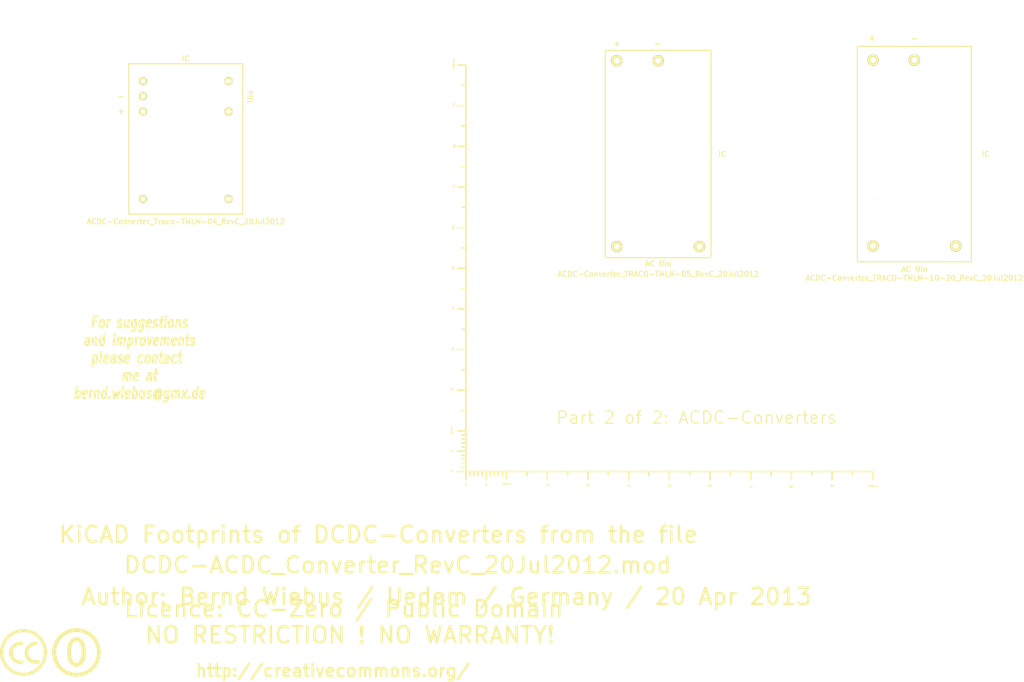
<source format=kicad_pcb>
(kicad_pcb (version 3) (host pcbnew "(2013-03-30 BZR 4007)-stable")

  (general
    (links 0)
    (no_connects 0)
    (area 0.09304 29.37002 289.826135 198.6694)
    (thickness 1.6002)
    (drawings 14)
    (tracks 0)
    (zones 0)
    (modules 6)
    (nets 1)
  )

  (page A4)
  (layers
    (15 Vorderseite signal)
    (0 Rückseite signal)
    (16 B.Adhes user)
    (17 F.Adhes user)
    (18 B.Paste user)
    (19 F.Paste user)
    (20 B.SilkS user)
    (21 F.SilkS user)
    (22 B.Mask user)
    (23 F.Mask user)
    (24 Dwgs.User user)
    (25 Cmts.User user)
    (26 Eco1.User user)
    (27 Eco2.User user)
    (28 Edge.Cuts user)
  )

  (setup
    (last_trace_width 0.2032)
    (trace_clearance 0.254)
    (zone_clearance 0.508)
    (zone_45_only no)
    (trace_min 0.2032)
    (segment_width 0.381)
    (edge_width 0.381)
    (via_size 0.889)
    (via_drill 0.635)
    (via_min_size 0.889)
    (via_min_drill 0.508)
    (uvia_size 0.508)
    (uvia_drill 0.127)
    (uvias_allowed no)
    (uvia_min_size 0.508)
    (uvia_min_drill 0.127)
    (pcb_text_width 0.3048)
    (pcb_text_size 1.524 2.032)
    (mod_edge_width 0.381)
    (mod_text_size 1.524 1.524)
    (mod_text_width 0.3048)
    (pad_size 1.524 1.524)
    (pad_drill 0.8128)
    (pad_to_mask_clearance 0.254)
    (aux_axis_origin 0 0)
    (visible_elements 7FFFFFFF)
    (pcbplotparams
      (layerselection 3178497)
      (usegerberextensions true)
      (excludeedgelayer true)
      (linewidth 60)
      (plotframeref false)
      (viasonmask false)
      (mode 1)
      (useauxorigin false)
      (hpglpennumber 1)
      (hpglpenspeed 20)
      (hpglpendiameter 15)
      (hpglpenoverlay 0)
      (psnegative false)
      (psa4output false)
      (plotreference true)
      (plotvalue true)
      (plotothertext true)
      (plotinvisibletext false)
      (padsonsilk false)
      (subtractmaskfromsilk false)
      (outputformat 1)
      (mirror false)
      (drillshape 1)
      (scaleselection 1)
      (outputdirectory ""))
  )

  (net 0 "")

  (net_class Default "Dies ist die voreingestellte Netzklasse."
    (clearance 0.254)
    (trace_width 0.2032)
    (via_dia 0.889)
    (via_drill 0.635)
    (uvia_dia 0.508)
    (uvia_drill 0.127)
    (add_net "")
  )

  (module Gauge_100mm_Type2_SilkScreenTop_RevA_Date22Jun2010 (layer Vorderseite) (tedit 4C20E30C) (tstamp 4D88F07A)
    (at 146.75104 145.00098)
    (descr "Gauge, Massstab, 100mm, SilkScreenTop, Type 2,")
    (tags "Gauge, Massstab, 100mm, SilkScreenTop, Type 2,")
    (path Gauge_100mm_Type2_SilkScreenTop_RevA_Date22Jun2010)
    (fp_text reference MSC (at 4.0005 8.99922) (layer F.SilkS) hide
      (effects (font (size 1.524 1.524) (thickness 0.3048)))
    )
    (fp_text value Gauge_100mm_Type2_SilkScreenTop_RevA_Date22Jun2010 (at 45.9994 8.99922) (layer F.SilkS) hide
      (effects (font (size 1.524 1.524) (thickness 0.3048)))
    )
    (fp_text user 10mm (at 10.00506 3.0988) (layer F.SilkS)
      (effects (font (size 0.50038 0.50038) (thickness 0.09906)))
    )
    (fp_text user 0 (at 0.00508 3.19786) (layer F.SilkS)
      (effects (font (size 0.50038 0.50038) (thickness 0.09906)))
    )
    (fp_text user 5 (at 5.0038 3.29946) (layer F.SilkS)
      (effects (font (size 0.50038 0.50038) (thickness 0.09906)))
    )
    (fp_text user 20 (at 20.1041 3.29946) (layer F.SilkS)
      (effects (font (size 0.50038 0.50038) (thickness 0.09906)))
    )
    (fp_text user 30 (at 30.00502 3.39852) (layer F.SilkS)
      (effects (font (size 0.50038 0.50038) (thickness 0.09906)))
    )
    (fp_text user 40 (at 40.005 3.50012) (layer F.SilkS)
      (effects (font (size 0.50038 0.50038) (thickness 0.09906)))
    )
    (fp_text user 50 (at 50.00498 3.50012) (layer F.SilkS)
      (effects (font (size 0.50038 0.50038) (thickness 0.09906)))
    )
    (fp_text user 60 (at 60.00496 3.50012) (layer F.SilkS)
      (effects (font (size 0.50038 0.50038) (thickness 0.09906)))
    )
    (fp_text user 70 (at 70.00494 3.70078) (layer F.SilkS)
      (effects (font (size 0.50038 0.50038) (thickness 0.09906)))
    )
    (fp_text user 80 (at 80.00492 3.79984) (layer F.SilkS)
      (effects (font (size 0.50038 0.50038) (thickness 0.09906)))
    )
    (fp_text user 90 (at 90.1065 3.60172) (layer F.SilkS)
      (effects (font (size 0.50038 0.50038) (thickness 0.09906)))
    )
    (fp_text user 100mm (at 100.10648 3.60172) (layer F.SilkS)
      (effects (font (size 0.50038 0.50038) (thickness 0.09906)))
    )
    (fp_line (start 0 -8.99922) (end -1.00076 -8.99922) (layer F.SilkS) (width 0.381))
    (fp_line (start 0 -8.001) (end -1.00076 -8.001) (layer F.SilkS) (width 0.381))
    (fp_line (start 0 -7.00024) (end -1.00076 -7.00024) (layer F.SilkS) (width 0.381))
    (fp_line (start 0 -5.99948) (end -1.00076 -5.99948) (layer F.SilkS) (width 0.381))
    (fp_line (start 0 -4.0005) (end -1.00076 -4.0005) (layer F.SilkS) (width 0.381))
    (fp_line (start 0 -2.99974) (end -1.00076 -2.99974) (layer F.SilkS) (width 0.381))
    (fp_line (start 0 -1.99898) (end -1.00076 -1.99898) (layer F.SilkS) (width 0.381))
    (fp_line (start 0 -1.00076) (end -1.00076 -1.00076) (layer F.SilkS) (width 0.381))
    (fp_line (start 0 0) (end -1.99898 0) (layer F.SilkS) (width 0.381))
    (fp_line (start 0 -5.00126) (end -1.99898 -5.00126) (layer F.SilkS) (width 0.381))
    (fp_line (start 0 -9.99998) (end -1.99898 -9.99998) (layer F.SilkS) (width 0.381))
    (fp_line (start 0 -15.00124) (end -1.00076 -15.00124) (layer F.SilkS) (width 0.381))
    (fp_line (start 0 -19.99996) (end -1.99898 -19.99996) (layer F.SilkS) (width 0.381))
    (fp_line (start 0 -25.00122) (end -1.00076 -25.00122) (layer F.SilkS) (width 0.381))
    (fp_line (start 0 -29.99994) (end -1.99898 -29.99994) (layer F.SilkS) (width 0.381))
    (fp_line (start 0 -35.0012) (end -1.00076 -35.0012) (layer F.SilkS) (width 0.381))
    (fp_line (start 0 -39.99992) (end -1.99898 -39.99992) (layer F.SilkS) (width 0.381))
    (fp_line (start 0 -45.00118) (end -1.00076 -45.00118) (layer F.SilkS) (width 0.381))
    (fp_line (start 0 -49.9999) (end -1.99898 -49.9999) (layer F.SilkS) (width 0.381))
    (fp_line (start 0 -55.00116) (end -1.00076 -55.00116) (layer F.SilkS) (width 0.381))
    (fp_line (start 0 -59.99988) (end -1.99898 -59.99988) (layer F.SilkS) (width 0.381))
    (fp_line (start 0 -65.00114) (end -1.00076 -65.00114) (layer F.SilkS) (width 0.381))
    (fp_line (start 0 -69.99986) (end -1.99898 -69.99986) (layer F.SilkS) (width 0.381))
    (fp_line (start 0 -75.00112) (end -1.00076 -75.00112) (layer F.SilkS) (width 0.381))
    (fp_line (start 0 -79.99984) (end -1.99898 -79.99984) (layer F.SilkS) (width 0.381))
    (fp_line (start 0 -85.0011) (end -1.00076 -85.0011) (layer F.SilkS) (width 0.381))
    (fp_line (start 0 -89.99982) (end -1.99898 -89.99982) (layer F.SilkS) (width 0.381))
    (fp_line (start 0 -95.00108) (end -1.00076 -95.00108) (layer F.SilkS) (width 0.381))
    (fp_line (start 0 0) (end 0 -99.9998) (layer F.SilkS) (width 0.381))
    (fp_line (start 0 -99.9998) (end -1.99898 -99.9998) (layer F.SilkS) (width 0.381))
    (fp_text user 100mm (at -2.99974 -100.20554 90) (layer F.SilkS)
      (effects (font (size 0.50038 0.50038) (thickness 0.09906)))
    )
    (fp_text user 90 (at -2.99974 -90.20556 90) (layer F.SilkS)
      (effects (font (size 0.50038 0.50038) (thickness 0.09906)))
    )
    (fp_text user 80 (at -2.80162 -80.10398 90) (layer F.SilkS)
      (effects (font (size 0.50038 0.50038) (thickness 0.09906)))
    )
    (fp_text user 70 (at -2.90068 -70.104 90) (layer F.SilkS)
      (effects (font (size 0.50038 0.50038) (thickness 0.09906)))
    )
    (fp_text user 60 (at -3.10134 -60.10402 90) (layer F.SilkS)
      (effects (font (size 0.50038 0.50038) (thickness 0.09906)))
    )
    (fp_text user 50 (at -3.10134 -50.10404 90) (layer F.SilkS)
      (effects (font (size 0.50038 0.50038) (thickness 0.09906)))
    )
    (fp_text user 40 (at -3.10134 -40.10406 90) (layer F.SilkS)
      (effects (font (size 0.50038 0.50038) (thickness 0.09906)))
    )
    (fp_text user 30 (at -3.20294 -30.10408 90) (layer F.SilkS)
      (effects (font (size 0.50038 0.50038) (thickness 0.09906)))
    )
    (fp_text user 20 (at -3.302 -20.20316 90) (layer F.SilkS)
      (effects (font (size 0.50038 0.50038) (thickness 0.09906)))
    )
    (fp_line (start 95.00108 0) (end 95.00108 1.00076) (layer F.SilkS) (width 0.381))
    (fp_line (start 89.99982 0) (end 89.99982 1.99898) (layer F.SilkS) (width 0.381))
    (fp_line (start 85.0011 0) (end 85.0011 1.00076) (layer F.SilkS) (width 0.381))
    (fp_line (start 79.99984 0) (end 79.99984 1.99898) (layer F.SilkS) (width 0.381))
    (fp_line (start 75.00112 0) (end 75.00112 1.00076) (layer F.SilkS) (width 0.381))
    (fp_line (start 69.99986 0) (end 69.99986 1.99898) (layer F.SilkS) (width 0.381))
    (fp_line (start 65.00114 0) (end 65.00114 1.00076) (layer F.SilkS) (width 0.381))
    (fp_line (start 59.99988 0) (end 59.99988 1.99898) (layer F.SilkS) (width 0.381))
    (fp_line (start 55.00116 0) (end 55.00116 1.00076) (layer F.SilkS) (width 0.381))
    (fp_line (start 49.9999 0) (end 49.9999 1.99898) (layer F.SilkS) (width 0.381))
    (fp_line (start 45.00118 0) (end 45.00118 1.00076) (layer F.SilkS) (width 0.381))
    (fp_line (start 39.99992 0) (end 39.99992 1.99898) (layer F.SilkS) (width 0.381))
    (fp_line (start 35.0012 0) (end 35.0012 1.00076) (layer F.SilkS) (width 0.381))
    (fp_line (start 29.99994 0) (end 29.99994 1.99898) (layer F.SilkS) (width 0.381))
    (fp_line (start 25.00122 0) (end 25.00122 1.00076) (layer F.SilkS) (width 0.381))
    (fp_line (start 19.99996 0) (end 19.99996 1.99898) (layer F.SilkS) (width 0.381))
    (fp_line (start 15.00124 0) (end 15.00124 1.00076) (layer F.SilkS) (width 0.381))
    (fp_line (start 9.99998 0) (end 99.9998 0) (layer F.SilkS) (width 0.381))
    (fp_line (start 99.9998 0) (end 99.9998 1.99898) (layer F.SilkS) (width 0.381))
    (fp_text user 5 (at -3.302 -5.10286 90) (layer F.SilkS)
      (effects (font (size 0.50038 0.50038) (thickness 0.09906)))
    )
    (fp_text user 0 (at -3.4036 -0.10414 90) (layer F.SilkS)
      (effects (font (size 0.50038 0.50038) (thickness 0.09906)))
    )
    (fp_text user 10mm (at -3.50266 -10.10412 90) (layer F.SilkS)
      (effects (font (size 0.50038 0.50038) (thickness 0.09906)))
    )
    (fp_line (start 8.99922 0) (end 8.99922 1.00076) (layer F.SilkS) (width 0.381))
    (fp_line (start 8.001 0) (end 8.001 1.00076) (layer F.SilkS) (width 0.381))
    (fp_line (start 7.00024 0) (end 7.00024 1.00076) (layer F.SilkS) (width 0.381))
    (fp_line (start 5.99948 0) (end 5.99948 1.00076) (layer F.SilkS) (width 0.381))
    (fp_line (start 4.0005 0) (end 4.0005 1.00076) (layer F.SilkS) (width 0.381))
    (fp_line (start 2.99974 0) (end 2.99974 1.00076) (layer F.SilkS) (width 0.381))
    (fp_line (start 1.99898 0) (end 1.99898 1.00076) (layer F.SilkS) (width 0.381))
    (fp_line (start 1.00076 0) (end 1.00076 1.00076) (layer F.SilkS) (width 0.381))
    (fp_line (start 5.00126 0) (end 5.00126 1.99898) (layer F.SilkS) (width 0.381))
    (fp_line (start 0 0) (end 0 1.99898) (layer F.SilkS) (width 0.381))
    (fp_line (start 0 0) (end 9.99998 0) (layer F.SilkS) (width 0.381))
    (fp_line (start 9.99998 0) (end 9.99998 1.99898) (layer F.SilkS) (width 0.381))
  )

  (module ACDC-Converter_Traco-TMLM-04_RevC_20Jul2012 (layer Vorderseite) (tedit 50096D9D) (tstamp 50096D59)
    (at 77.8891 63.20028)
    (descr "ACDC-Converter, TRACO, TMLM Series 04,")
    (tags "ACDC-Converter, TRACO, TMLM Series 04,")
    (path ACDC-Converter_Traco-TMLM-04_RevC_20Jul2012)
    (fp_text reference IC (at -0.0508 -19.7739) (layer F.SilkS)
      (effects (font (size 1.27 1.27) (thickness 0.254)))
    )
    (fp_text value ACDC-Converter_Traco-TMLM-04_RevC_20Jul2012 (at 0 20.32) (layer F.SilkS)
      (effects (font (size 1.27 1.27) (thickness 0.254)))
    )
    (fp_line (start 16.47444 -11.69924) (end 15.8242 -11.69924) (layer F.SilkS) (width 0.3048))
    (fp_line (start 15.8242 -11.69924) (end 15.69974 -11.67384) (layer F.SilkS) (width 0.3048))
    (fp_line (start 15.69974 -11.67384) (end 15.62608 -11.54938) (layer F.SilkS) (width 0.3048))
    (fp_line (start 15.62608 -11.54938) (end 15.62608 -11.45032) (layer F.SilkS) (width 0.3048))
    (fp_line (start 15.62608 -11.45032) (end 15.69974 -11.27506) (layer F.SilkS) (width 0.3048))
    (fp_line (start 15.69974 -11.27506) (end 15.75054 -11.19886) (layer F.SilkS) (width 0.3048))
    (fp_line (start 16.47444 -11.1506) (end 15.57528 -11.1506) (layer F.SilkS) (width 0.3048))
    (fp_line (start 15.25016 -10.55116) (end 15.17396 -10.55116) (layer F.SilkS) (width 0.3048))
    (fp_line (start 16.49984 -10.55116) (end 15.69974 -10.55116) (layer F.SilkS) (width 0.3048))
    (fp_line (start 15.1257 -9.19988) (end 16.20012 -9.19988) (layer F.SilkS) (width 0.3048))
    (fp_line (start 16.20012 -9.19988) (end 16.34998 -9.32434) (layer F.SilkS) (width 0.3048))
    (fp_line (start 16.34998 -9.32434) (end 16.42618 -9.4742) (layer F.SilkS) (width 0.3048))
    (fp_line (start 16.42618 -9.4742) (end 16.42618 -9.64946) (layer F.SilkS) (width 0.3048))
    (fp_line (start 16.42618 -9.64946) (end 16.34998 -9.85012) (layer F.SilkS) (width 0.3048))
    (fp_line (start 16.34998 -9.85012) (end 16.20012 -9.94918) (layer F.SilkS) (width 0.3048))
    (fp_line (start 16.20012 -9.94918) (end 15.97406 -9.94918) (layer F.SilkS) (width 0.3048))
    (fp_line (start 15.97406 -9.94918) (end 15.67434 -9.94918) (layer F.SilkS) (width 0.3048))
    (fp_line (start 15.67434 -9.94918) (end 15.17396 -9.94918) (layer F.SilkS) (width 0.3048))
    (fp_line (start -15.875 -6.22554) (end -15.875 -7.2009) (layer F.SilkS) (width 0.3048))
    (fp_line (start -16.37538 -6.72592) (end -15.40002 -6.72592) (layer F.SilkS) (width 0.3048))
    (fp_line (start -16.42618 -10.42416) (end -15.42542 -10.42416) (layer F.SilkS) (width 0.3048))
    (fp_line (start 14.00048 -18.00098) (end 14.00048 -18.49882) (layer F.SilkS) (width 0.3048))
    (fp_line (start 14.00048 -18.49882) (end -14.00048 -18.49882) (layer F.SilkS) (width 0.3048))
    (fp_line (start -14.00048 -18.49882) (end -14.00048 18.49882) (layer F.SilkS) (width 0.3048))
    (fp_line (start -14.00048 18.49882) (end 14.00048 18.49882) (layer F.SilkS) (width 0.3048))
    (fp_line (start 14.00048 18.49882) (end 14.00048 -18.00098) (layer F.SilkS) (width 0.3048))
    (pad 1 thru_hole circle (at -10.50036 14.74978) (size 1.99898 1.99898) (drill 1.00076)
      (layers *.Cu *.Mask F.SilkS)
    )
    (pad 7 thru_hole circle (at 10.50036 14.74978) (size 1.99898 1.99898) (drill 1.00076)
      (layers *.Cu *.Mask F.SilkS)
    )
    (pad 2 thru_hole circle (at -10.50036 -6.74878) (size 1.99898 1.99898) (drill 1.00076)
      (layers *.Cu *.Mask F.SilkS)
    )
    (pad 6 thru_hole circle (at 10.50036 -6.74878) (size 1.99898 1.99898) (drill 1.00076)
      (layers *.Cu *.Mask F.SilkS)
    )
    (pad 3 thru_hole circle (at -10.50036 -10.50036) (size 1.99898 1.99898) (drill 1.00076)
      (layers *.Cu *.Mask F.SilkS)
    )
    (pad 4 thru_hole circle (at -10.50036 -14.2494) (size 1.99898 1.99898) (drill 1.00076)
      (layers *.Cu *.Mask F.SilkS)
    )
    (pad 5 thru_hole circle (at 10.50036 -14.2494) (size 1.99898 1.99898) (drill 1.00076)
      (layers *.Cu *.Mask F.SilkS)
    )
  )

  (module ACDC-Converter_TRACO-TMLM-05_RevC_20Jul2012 (layer Vorderseite) (tedit 50096635) (tstamp 50096D65)
    (at 194.00012 66.90106)
    (descr "ACDC-Converter, TRACO TMLM 05,")
    (tags "ACDC-Converter, TRACO TMLM 05,")
    (path ACDC-Converter_TRACO-TMLM-05_RevC_20Jul2012)
    (fp_text reference IC (at 15.75054 0.02032) (layer F.SilkS)
      (effects (font (size 1.27 1.27) (thickness 0.254)))
    )
    (fp_text value ACDC-Converter_TRACO-TMLM-05_RevC_20Jul2012 (at 0 29.49956) (layer F.SilkS)
      (effects (font (size 1.27 1.27) (thickness 0.254)))
    )
    (fp_line (start 2.93878 27.59964) (end 2.93116 26.97988) (layer F.SilkS) (width 0.3048))
    (fp_line (start 2.93116 26.97988) (end 2.91084 26.8605) (layer F.SilkS) (width 0.3048))
    (fp_line (start 2.91084 26.8605) (end 2.83972 26.7589) (layer F.SilkS) (width 0.3048))
    (fp_line (start 2.83972 26.7589) (end 2.72034 26.7208) (layer F.SilkS) (width 0.3048))
    (fp_line (start 2.72034 26.7208) (end 2.63906 26.71064) (layer F.SilkS) (width 0.3048))
    (fp_line (start 2.63906 26.71064) (end 2.43078 26.78938) (layer F.SilkS) (width 0.3048))
    (fp_line (start 2.39014 27.56916) (end 2.37998 26.7208) (layer F.SilkS) (width 0.3048))
    (fp_line (start 2.37998 26.7208) (end 2.37998 26.69032) (layer F.SilkS) (width 0.3048))
    (fp_line (start 1.75006 26.22042) (end 1.75006 26.30932) (layer F.SilkS) (width 0.3048))
    (fp_line (start 1.77038 26.7208) (end 1.76022 27.54122) (layer F.SilkS) (width 0.3048))
    (fp_line (start 0.42926 26.23058) (end 0.43942 27.2796) (layer F.SilkS) (width 0.3048))
    (fp_line (start 0.43942 27.2796) (end 0.4699 27.39898) (layer F.SilkS) (width 0.3048))
    (fp_line (start 0.4699 27.39898) (end 0.57912 27.48026) (layer F.SilkS) (width 0.3048))
    (fp_line (start 0.57912 27.48026) (end 0.7493 27.5209) (layer F.SilkS) (width 0.3048))
    (fp_line (start 0.7493 27.5209) (end 0.90932 27.51074) (layer F.SilkS) (width 0.3048))
    (fp_line (start 0.90932 27.51074) (end 1.10998 27.43962) (layer F.SilkS) (width 0.3048))
    (fp_line (start 1.10998 27.43962) (end 1.16078 27.31008) (layer F.SilkS) (width 0.3048))
    (fp_line (start 1.16078 27.31008) (end 1.16078 27.06116) (layer F.SilkS) (width 0.3048))
    (fp_line (start 1.16078 27.06116) (end 1.17094 26.79954) (layer F.SilkS) (width 0.3048))
    (fp_line (start 1.17094 26.79954) (end 1.17094 26.60904) (layer F.SilkS) (width 0.3048))
    (fp_line (start 1.17094 26.60904) (end 1.1811 26.36012) (layer F.SilkS) (width 0.3048))
    (fp_line (start 1.1811 26.36012) (end 1.17094 26.23058) (layer F.SilkS) (width 0.3048))
    (fp_line (start -1.03886 26.42108) (end -1.14046 26.32964) (layer F.SilkS) (width 0.3048))
    (fp_line (start -1.14046 26.32964) (end -1.3208 26.289) (layer F.SilkS) (width 0.3048))
    (fp_line (start -1.3208 26.289) (end -1.50114 26.289) (layer F.SilkS) (width 0.3048))
    (fp_line (start -1.50114 26.289) (end -1.70942 26.41092) (layer F.SilkS) (width 0.3048))
    (fp_line (start -1.70942 26.41092) (end -1.81102 26.60904) (layer F.SilkS) (width 0.3048))
    (fp_line (start -1.81102 26.60904) (end -1.84912 26.77922) (layer F.SilkS) (width 0.3048))
    (fp_line (start -1.84912 26.77922) (end -1.85928 27.03068) (layer F.SilkS) (width 0.3048))
    (fp_line (start -1.85928 27.03068) (end -1.78054 27.2796) (layer F.SilkS) (width 0.3048))
    (fp_line (start -1.78054 27.2796) (end -1.651 27.45994) (layer F.SilkS) (width 0.3048))
    (fp_line (start -1.651 27.45994) (end -1.44018 27.54122) (layer F.SilkS) (width 0.3048))
    (fp_line (start -1.44018 27.54122) (end -1.22936 27.51074) (layer F.SilkS) (width 0.3048))
    (fp_line (start -1.22936 27.51074) (end -1.03886 27.4193) (layer F.SilkS) (width 0.3048))
    (fp_line (start -2.9591 27.16022) (end -2.36982 27.16022) (layer F.SilkS) (width 0.3048))
    (fp_line (start -3.07086 27.54884) (end -2.63906 26.2509) (layer F.SilkS) (width 0.3048))
    (fp_line (start -2.63906 26.2509) (end -2.21996 27.56916) (layer F.SilkS) (width 0.3048))
    (fp_line (start -0.58928 -27.051) (end 0.44958 -27.051) (layer F.SilkS) (width 0.3048))
    (fp_line (start 0.44958 -27.051) (end 0.45974 -27.051) (layer F.SilkS) (width 0.3048))
    (fp_line (start -10.11936 -27.63012) (end -10.1092 -26.60904) (layer F.SilkS) (width 0.3048))
    (fp_line (start -10.64006 -27.1399) (end -9.6393 -27.1399) (layer F.SilkS) (width 0.3048))
    (fp_line (start -12.99972 -25.49906) (end 12.99972 -25.49906) (layer F.SilkS) (width 0.3048))
    (fp_line (start 12.99972 -25.49906) (end 12.99972 25.49906) (layer F.SilkS) (width 0.3048))
    (fp_line (start 12.99972 25.49906) (end -12.99972 25.49906) (layer F.SilkS) (width 0.3048))
    (fp_line (start -12.99972 25.49906) (end -12.99972 -25.49906) (layer F.SilkS) (width 0.3048))
    (pad 1 thru_hole circle (at 0 -22.95906) (size 2.79908 2.79908) (drill 1.39954)
      (layers *.Cu *.Mask F.SilkS)
    )
    (pad 2 thru_hole circle (at -10.16 -22.95906) (size 2.79908 2.79908) (drill 1.39954)
      (layers *.Cu *.Mask F.SilkS)
    )
    (pad 3 thru_hole circle (at -10.16 22.76094) (size 2.79908 2.79908) (drill 1.39954)
      (layers *.Cu *.Mask F.SilkS)
    )
    (pad 4 thru_hole circle (at 10.16 22.76094) (size 2.79908 2.79908) (drill 1.39954)
      (layers *.Cu *.Mask F.SilkS)
    )
  )

  (module ACDC-Converter_TRACO-TMLM-10-20_RevC_20Jul2012 (layer Vorderseite) (tedit 50096BD2) (tstamp 50096D70)
    (at 256.98958 66.90106)
    (descr "ACDC-Converter, TRACO TMLM 10, TRACO TMLM 20,")
    (tags "ACDC-Converter, TRACO TMLM 10, TRACO TMLM 20,")
    (path ACDC-Converter_TRACO-TMLM-10-20_RevC_20Jul2012)
    (fp_text reference IC (at 17.5006 0) (layer F.SilkS)
      (effects (font (size 1.27 1.27) (thickness 0.254)))
    )
    (fp_text value ACDC-Converter_TRACO-TMLM-10-20_RevC_20Jul2012 (at 0 30.50032) (layer F.SilkS)
      (effects (font (size 1.27 1.27) (thickness 0.254)))
    )
    (fp_line (start 2.93116 28.92044) (end 2.93878 28.2702) (layer F.SilkS) (width 0.3048))
    (fp_line (start 2.93878 28.2702) (end 2.91084 28.17876) (layer F.SilkS) (width 0.3048))
    (fp_line (start 2.91084 28.17876) (end 2.79908 28.08986) (layer F.SilkS) (width 0.3048))
    (fp_line (start 2.79908 28.08986) (end 2.70002 28.0797) (layer F.SilkS) (width 0.3048))
    (fp_line (start 2.70002 28.0797) (end 2.4511 28.12034) (layer F.SilkS) (width 0.3048))
    (fp_line (start 2.4003 28.92044) (end 2.39014 28.0289) (layer F.SilkS) (width 0.3048))
    (fp_line (start 1.7907 27.57932) (end 1.7907 27.72918) (layer F.SilkS) (width 0.3048))
    (fp_line (start 1.7907 28.92044) (end 1.78054 28.1305) (layer F.SilkS) (width 0.3048))
    (fp_line (start 0.45974 27.6098) (end 0.45974 28.67914) (layer F.SilkS) (width 0.3048))
    (fp_line (start 0.45974 28.67914) (end 0.5207 28.78074) (layer F.SilkS) (width 0.3048))
    (fp_line (start 0.5207 28.78074) (end 0.6096 28.84932) (layer F.SilkS) (width 0.3048))
    (fp_line (start 0.6096 28.84932) (end 0.7112 28.8798) (layer F.SilkS) (width 0.3048))
    (fp_line (start 0.7112 28.8798) (end 0.82042 28.88996) (layer F.SilkS) (width 0.3048))
    (fp_line (start 0.82042 28.88996) (end 0.94996 28.85948) (layer F.SilkS) (width 0.3048))
    (fp_line (start 0.94996 28.85948) (end 1.12014 28.76042) (layer F.SilkS) (width 0.3048))
    (fp_line (start 1.12014 28.76042) (end 1.17094 28.63088) (layer F.SilkS) (width 0.3048))
    (fp_line (start 1.17094 28.63088) (end 1.17094 27.6098) (layer F.SilkS) (width 0.3048))
    (fp_line (start -1.01092 27.76982) (end -1.12014 27.70124) (layer F.SilkS) (width 0.3048))
    (fp_line (start -1.12014 27.70124) (end -1.25984 27.64028) (layer F.SilkS) (width 0.3048))
    (fp_line (start -1.25984 27.64028) (end -1.44018 27.63012) (layer F.SilkS) (width 0.3048))
    (fp_line (start -1.44018 27.63012) (end -1.56972 27.68092) (layer F.SilkS) (width 0.3048))
    (fp_line (start -1.56972 27.68092) (end -1.66878 27.76982) (layer F.SilkS) (width 0.3048))
    (fp_line (start -1.66878 27.76982) (end -1.81102 27.97048) (layer F.SilkS) (width 0.3048))
    (fp_line (start -1.81102 27.97048) (end -1.83896 28.17876) (layer F.SilkS) (width 0.3048))
    (fp_line (start -1.83896 28.17876) (end -1.83896 28.44038) (layer F.SilkS) (width 0.3048))
    (fp_line (start -1.83896 28.44038) (end -1.71958 28.70962) (layer F.SilkS) (width 0.3048))
    (fp_line (start -1.71958 28.70962) (end -1.57988 28.84932) (layer F.SilkS) (width 0.3048))
    (fp_line (start -1.57988 28.84932) (end -1.37922 28.90012) (layer F.SilkS) (width 0.3048))
    (fp_line (start -1.37922 28.90012) (end -1.19126 28.86964) (layer F.SilkS) (width 0.3048))
    (fp_line (start -1.19126 28.86964) (end -1.03886 28.78074) (layer F.SilkS) (width 0.3048))
    (fp_line (start -2.921 28.52928) (end -2.41046 28.52928) (layer F.SilkS) (width 0.3048))
    (fp_line (start -3.09118 28.92044) (end -2.63906 27.64028) (layer F.SilkS) (width 0.3048))
    (fp_line (start -2.63906 27.64028) (end -2.2098 28.92044) (layer F.SilkS) (width 0.3048))
    (fp_line (start -0.4699 -28.33116) (end 0.53086 -28.33116) (layer F.SilkS) (width 0.3048))
    (fp_line (start -10.38098 -28.91028) (end -10.39114 -27.90952) (layer F.SilkS) (width 0.3048))
    (fp_line (start -10.92962 -28.39974) (end -9.90092 -28.39974) (layer F.SilkS) (width 0.3048))
    (fp_line (start -14.00048 -26.49982) (end 14.00048 -26.49982) (layer F.SilkS) (width 0.3048))
    (fp_line (start 14.00048 -26.49982) (end 14.00048 26.49982) (layer F.SilkS) (width 0.3048))
    (fp_line (start 14.00048 26.49982) (end -14.00048 26.49982) (layer F.SilkS) (width 0.3048))
    (fp_line (start -14.00048 26.49982) (end -14.00048 -26.49982) (layer F.SilkS) (width 0.3048))
    (pad 1 thru_hole circle (at 0 -23.09876) (size 2.79908 2.79908) (drill 1.39954)
      (layers *.Cu *.Mask F.SilkS)
    )
    (pad 2 thru_hole circle (at -10.16 -23.09876) (size 2.79908 2.79908) (drill 1.39954)
      (layers *.Cu *.Mask F.SilkS)
    )
    (pad 3 thru_hole circle (at -10.16 22.62124) (size 2.79908 2.79908) (drill 1.39954)
      (layers *.Cu *.Mask F.SilkS)
    )
    (pad 4 thru_hole circle (at 10.16 22.62124) (size 2.79908 2.79908) (drill 1.39954)
      (layers *.Cu *.Mask F.SilkS)
    )
    (pad "" np_thru_hole circle (at -9.39038 12.81938) (size 4.0005 4.0005) (drill 4.0005)
      (layers *.Cu *.Mask F.SilkS)
    )
  )

  (module Symbol_CC-PublicDomain_SilkScreenTop_Big (layer Vorderseite) (tedit 515D641F) (tstamp 515F0B64)
    (at 51 189.5)
    (descr "Symbol, CC-PublicDomain, SilkScreen Top, Big,")
    (tags "Symbol, CC-PublicDomain, SilkScreen Top, Big,")
    (path Symbol_CC-Noncommercial_CopperTop_Big)
    (fp_text reference Sym (at 0.59944 -7.29996) (layer F.SilkS) hide
      (effects (font (size 1.524 1.524) (thickness 0.3048)))
    )
    (fp_text value Symbol_CC-PublicDomain_SilkScreenTop_Big (at 0.59944 8.001) (layer F.SilkS) hide
      (effects (font (size 1.524 1.524) (thickness 0.3048)))
    )
    (fp_circle (center 0 0) (end 5.8 -0.05) (layer F.SilkS) (width 0.381))
    (fp_circle (center 0 0) (end 5.5 0) (layer F.SilkS) (width 0.381))
    (fp_circle (center 0.05 0) (end 5.25 0) (layer F.SilkS) (width 0.381))
    (fp_line (start 1.1 -2.5) (end 1.4 -1.9) (layer F.SilkS) (width 0.381))
    (fp_line (start -1.8 1.2) (end -1.6 1.9) (layer F.SilkS) (width 0.381))
    (fp_line (start -1.6 1.9) (end -1.2 2.5) (layer F.SilkS) (width 0.381))
    (fp_line (start 0 -3) (end 0.75 -2.75) (layer F.SilkS) (width 0.381))
    (fp_line (start 0.75 -2.75) (end 1 -2.25) (layer F.SilkS) (width 0.381))
    (fp_line (start 1 -2.25) (end 1.5 -1) (layer F.SilkS) (width 0.381))
    (fp_line (start 1.5 -1) (end 1.5 -0.5) (layer F.SilkS) (width 0.381))
    (fp_line (start 1.5 -0.5) (end 1.5 0.5) (layer F.SilkS) (width 0.381))
    (fp_line (start 1.5 0.5) (end 1.25 1.5) (layer F.SilkS) (width 0.381))
    (fp_line (start 1.25 1.5) (end 0.75 2.5) (layer F.SilkS) (width 0.381))
    (fp_line (start 0.75 2.5) (end 0.25 2.75) (layer F.SilkS) (width 0.381))
    (fp_line (start 0.25 2.75) (end -0.25 2.75) (layer F.SilkS) (width 0.381))
    (fp_line (start -0.25 2.75) (end -0.75 2.5) (layer F.SilkS) (width 0.381))
    (fp_line (start -0.75 2.5) (end -1.25 1.75) (layer F.SilkS) (width 0.381))
    (fp_line (start -1.25 1.75) (end -1.5 0.75) (layer F.SilkS) (width 0.381))
    (fp_line (start -1.5 0.75) (end -1.5 -0.75) (layer F.SilkS) (width 0.381))
    (fp_line (start -1.5 -0.75) (end -1.25 -1.75) (layer F.SilkS) (width 0.381))
    (fp_line (start -1.25 -1.75) (end -1 -2.5) (layer F.SilkS) (width 0.381))
    (fp_line (start -1 -2.5) (end -0.3 -2.9) (layer F.SilkS) (width 0.381))
    (fp_line (start -0.3 -2.9) (end 0.2 -3) (layer F.SilkS) (width 0.381))
    (fp_line (start 0.2 -3) (end 0.8 -3) (layer F.SilkS) (width 0.381))
    (fp_line (start 0.8 -3) (end 1.4 -2.3) (layer F.SilkS) (width 0.381))
    (fp_line (start 1.4 -2.3) (end 1.6 -1.4) (layer F.SilkS) (width 0.381))
    (fp_line (start 1.6 -1.4) (end 1.7 -0.3) (layer F.SilkS) (width 0.381))
    (fp_line (start 1.7 -0.3) (end 1.7 0.9) (layer F.SilkS) (width 0.381))
    (fp_line (start 1.7 0.9) (end 1.4 1.8) (layer F.SilkS) (width 0.381))
    (fp_line (start 1.4 1.8) (end 1 2.7) (layer F.SilkS) (width 0.381))
    (fp_line (start 1 2.7) (end 0.5 3) (layer F.SilkS) (width 0.381))
    (fp_line (start 0.5 3) (end -0.4 3) (layer F.SilkS) (width 0.381))
    (fp_line (start -0.4 3) (end -1.3 2.3) (layer F.SilkS) (width 0.381))
    (fp_line (start -1.3 2.3) (end -1.7 1) (layer F.SilkS) (width 0.381))
    (fp_line (start -1.7 1) (end -1.8 -0.7) (layer F.SilkS) (width 0.381))
    (fp_line (start -1.8 -0.7) (end -1.4 -2.2) (layer F.SilkS) (width 0.381))
    (fp_line (start -1.4 -2.2) (end -1 -2.9) (layer F.SilkS) (width 0.381))
    (fp_line (start -1 -2.9) (end -0.2 -3.3) (layer F.SilkS) (width 0.381))
    (fp_line (start -0.2 -3.3) (end 0.7 -3.2) (layer F.SilkS) (width 0.381))
    (fp_line (start 0.7 -3.2) (end 1.3 -3.1) (layer F.SilkS) (width 0.381))
    (fp_line (start 1.3 -3.1) (end 1.7 -2.4) (layer F.SilkS) (width 0.381))
    (fp_line (start 1.7 -2.4) (end 2 -1.6) (layer F.SilkS) (width 0.381))
    (fp_line (start 2 -1.6) (end 2.1 -0.6) (layer F.SilkS) (width 0.381))
    (fp_line (start 2.1 -0.6) (end 2.1 0.3) (layer F.SilkS) (width 0.381))
    (fp_line (start 2.1 0.3) (end 2.1 1.3) (layer F.SilkS) (width 0.381))
    (fp_line (start 2.1 1.3) (end 1.9 1.8) (layer F.SilkS) (width 0.381))
    (fp_line (start 1.9 1.8) (end 1.5 2.6) (layer F.SilkS) (width 0.381))
    (fp_line (start 1.5 2.6) (end 1.1 3) (layer F.SilkS) (width 0.381))
    (fp_line (start 1.1 3) (end 0.4 3.3) (layer F.SilkS) (width 0.381))
    (fp_line (start 0.4 3.3) (end -0.1 3.4) (layer F.SilkS) (width 0.381))
    (fp_line (start -0.1 3.4) (end -0.8 3.2) (layer F.SilkS) (width 0.381))
    (fp_line (start -0.8 3.2) (end -1.5 2.6) (layer F.SilkS) (width 0.381))
    (fp_line (start -1.5 2.6) (end -1.9 1.7) (layer F.SilkS) (width 0.381))
    (fp_line (start -1.9 1.7) (end -2.1 0.4) (layer F.SilkS) (width 0.381))
    (fp_line (start -2.1 0.4) (end -2.1 -0.6) (layer F.SilkS) (width 0.381))
    (fp_line (start -2.1 -0.6) (end -2 -1.6) (layer F.SilkS) (width 0.381))
    (fp_line (start -2 -1.6) (end -1.7 -2.4) (layer F.SilkS) (width 0.381))
    (fp_line (start -1.7 -2.4) (end -1.2 -3.1) (layer F.SilkS) (width 0.381))
    (fp_line (start -1.2 -3.1) (end -0.4 -3.6) (layer F.SilkS) (width 0.381))
    (fp_line (start -0.4 -3.6) (end 0.4 -3.6) (layer F.SilkS) (width 0.381))
    (fp_line (start 0.4 -3.6) (end 1.1 -3.2) (layer F.SilkS) (width 0.381))
    (fp_line (start 1.1 -3.2) (end 1.1 -2.9) (layer F.SilkS) (width 0.381))
    (fp_line (start 1.1 -2.9) (end 1.8 -1.5) (layer F.SilkS) (width 0.381))
    (fp_line (start 1.8 -1.5) (end 1.8 -0.4) (layer F.SilkS) (width 0.381))
    (fp_line (start 1.8 -0.4) (end 1.8 1.1) (layer F.SilkS) (width 0.381))
    (fp_line (start 1.8 1.1) (end 1.2 2.6) (layer F.SilkS) (width 0.381))
    (fp_line (start 1.2 2.6) (end 0.2 3.2) (layer F.SilkS) (width 0.381))
    (fp_line (start 0.2 3.2) (end -0.5 3.2) (layer F.SilkS) (width 0.381))
    (fp_line (start -0.5 3.2) (end -1.1 2.7) (layer F.SilkS) (width 0.381))
    (fp_line (start -1.1 2.7) (end -1.9 0.6) (layer F.SilkS) (width 0.381))
    (fp_line (start -1.9 0.6) (end -1.7 -1.9) (layer F.SilkS) (width 0.381))
  )

  (module Symbol_CreativeCommons_SilkScreenTop_Type2_Big (layer Vorderseite) (tedit 515D640C) (tstamp 515D6AF0)
    (at 38 189.5)
    (descr "Symbol, Creative Commons, SilkScreen Top, Type 2, Big,")
    (tags "Symbol, Creative Commons, SilkScreen Top, Type 2, Big,")
    (path Symbol_CreativeCommons_CopperTop_Type2_Big)
    (fp_text reference Sym (at 0.59944 -7.29996) (layer F.SilkS) hide
      (effects (font (size 1.524 1.524) (thickness 0.3048)))
    )
    (fp_text value Symbol_CreativeCommons_Typ2_SilkScreenTop_Big (at 0.59944 8.001) (layer F.SilkS) hide
      (effects (font (size 1.524 1.524) (thickness 0.3048)))
    )
    (fp_line (start -0.70104 2.70002) (end -0.29972 2.60096) (layer F.SilkS) (width 0.381))
    (fp_line (start -0.29972 2.60096) (end -0.20066 2.10058) (layer F.SilkS) (width 0.381))
    (fp_line (start -2.49936 -1.69926) (end -2.70002 -1.6002) (layer F.SilkS) (width 0.381))
    (fp_line (start -2.70002 -1.6002) (end -3.0988 -1.00076) (layer F.SilkS) (width 0.381))
    (fp_line (start -3.0988 -1.00076) (end -3.29946 -0.50038) (layer F.SilkS) (width 0.381))
    (fp_line (start -3.29946 -0.50038) (end -3.40106 0.39878) (layer F.SilkS) (width 0.381))
    (fp_line (start -3.40106 0.39878) (end -3.29946 0.89916) (layer F.SilkS) (width 0.381))
    (fp_line (start -0.19812 2.4003) (end -0.29718 2.59842) (layer F.SilkS) (width 0.381))
    (fp_line (start 3.70078 2.10058) (end 3.79984 2.4003) (layer F.SilkS) (width 0.381))
    (fp_line (start 2.99974 -2.4003) (end 3.29946 -2.30124) (layer F.SilkS) (width 0.381))
    (fp_line (start 3.29946 -2.30124) (end 3.0988 -1.99898) (layer F.SilkS) (width 0.381))
    (fp_line (start 0 -5.40004) (end -0.50038 -5.40004) (layer F.SilkS) (width 0.381))
    (fp_line (start -0.50038 -5.40004) (end -1.30048 -5.10032) (layer F.SilkS) (width 0.381))
    (fp_line (start -1.30048 -5.10032) (end -1.99898 -4.89966) (layer F.SilkS) (width 0.381))
    (fp_line (start -1.99898 -4.89966) (end -2.70002 -4.699) (layer F.SilkS) (width 0.381))
    (fp_line (start -2.70002 -4.699) (end -3.29946 -4.20116) (layer F.SilkS) (width 0.381))
    (fp_line (start -3.29946 -4.20116) (end -4.0005 -3.59918) (layer F.SilkS) (width 0.381))
    (fp_line (start -4.0005 -3.59918) (end -4.50088 -2.99974) (layer F.SilkS) (width 0.381))
    (fp_line (start -4.50088 -2.99974) (end -5.00126 -2.10058) (layer F.SilkS) (width 0.381))
    (fp_line (start -5.00126 -2.10058) (end -5.30098 -1.09982) (layer F.SilkS) (width 0.381))
    (fp_line (start -5.30098 -1.09982) (end -5.40004 0.09906) (layer F.SilkS) (width 0.381))
    (fp_line (start -5.40004 0.09906) (end -5.19938 1.30048) (layer F.SilkS) (width 0.381))
    (fp_line (start -5.19938 1.30048) (end -4.8006 2.4003) (layer F.SilkS) (width 0.381))
    (fp_line (start -4.8006 2.4003) (end -3.79984 3.8989) (layer F.SilkS) (width 0.381))
    (fp_line (start -3.79984 3.8989) (end -2.60096 4.8006) (layer F.SilkS) (width 0.381))
    (fp_line (start -2.60096 4.8006) (end -1.30048 5.30098) (layer F.SilkS) (width 0.381))
    (fp_line (start -1.30048 5.30098) (end 0.09906 5.30098) (layer F.SilkS) (width 0.381))
    (fp_line (start 0.09906 5.30098) (end 1.6002 5.19938) (layer F.SilkS) (width 0.381))
    (fp_line (start 1.6002 5.19938) (end 2.60096 4.699) (layer F.SilkS) (width 0.381))
    (fp_line (start 2.60096 4.699) (end 4.20116 3.40106) (layer F.SilkS) (width 0.381))
    (fp_line (start 4.20116 3.40106) (end 5.00126 1.80086) (layer F.SilkS) (width 0.381))
    (fp_line (start 5.00126 1.80086) (end 5.40004 0.29972) (layer F.SilkS) (width 0.381))
    (fp_line (start 5.40004 0.29972) (end 5.19938 -1.39954) (layer F.SilkS) (width 0.381))
    (fp_line (start 5.19938 -1.39954) (end 4.699 -2.49936) (layer F.SilkS) (width 0.381))
    (fp_line (start 4.699 -2.49936) (end 3.40106 -4.09956) (layer F.SilkS) (width 0.381))
    (fp_line (start 3.40106 -4.09956) (end 2.4003 -4.8006) (layer F.SilkS) (width 0.381))
    (fp_line (start 2.4003 -4.8006) (end 1.39954 -5.19938) (layer F.SilkS) (width 0.381))
    (fp_line (start 1.39954 -5.19938) (end 0 -5.30098) (layer F.SilkS) (width 0.381))
    (fp_line (start 0.60198 -0.70104) (end 0.50292 -0.20066) (layer F.SilkS) (width 0.381))
    (fp_line (start 0.50292 -0.20066) (end 0.50292 0.49784) (layer F.SilkS) (width 0.381))
    (fp_line (start 0.50292 0.49784) (end 0.60198 1.09982) (layer F.SilkS) (width 0.381))
    (fp_line (start 0.60198 1.09982) (end 1.00076 1.69926) (layer F.SilkS) (width 0.381))
    (fp_line (start 1.00076 1.69926) (end 1.50114 2.19964) (layer F.SilkS) (width 0.381))
    (fp_line (start 1.50114 2.19964) (end 2.10058 2.49936) (layer F.SilkS) (width 0.381))
    (fp_line (start 2.10058 2.49936) (end 2.60096 2.59842) (layer F.SilkS) (width 0.381))
    (fp_line (start 2.60096 2.59842) (end 3.00228 2.59842) (layer F.SilkS) (width 0.381))
    (fp_line (start 3.00228 2.59842) (end 3.40106 2.59842) (layer F.SilkS) (width 0.381))
    (fp_line (start 3.40106 2.59842) (end 3.80238 2.49936) (layer F.SilkS) (width 0.381))
    (fp_line (start 3.80238 2.49936) (end 3.70078 2.2987) (layer F.SilkS) (width 0.381))
    (fp_line (start 3.70078 2.2987) (end 2.80162 2.4003) (layer F.SilkS) (width 0.381))
    (fp_line (start 2.80162 2.4003) (end 1.80086 2.09804) (layer F.SilkS) (width 0.381))
    (fp_line (start 1.80086 2.09804) (end 1.20142 1.6002) (layer F.SilkS) (width 0.381))
    (fp_line (start 1.20142 1.6002) (end 0.80264 0.6985) (layer F.SilkS) (width 0.381))
    (fp_line (start 0.80264 0.6985) (end 0.70104 -0.29972) (layer F.SilkS) (width 0.381))
    (fp_line (start 0.70104 -0.29972) (end 1.00076 -1.00076) (layer F.SilkS) (width 0.381))
    (fp_line (start 1.00076 -1.00076) (end 1.60274 -1.7018) (layer F.SilkS) (width 0.381))
    (fp_line (start 1.60274 -1.7018) (end 2.30124 -2.10058) (layer F.SilkS) (width 0.381))
    (fp_line (start 2.30124 -2.10058) (end 3.00228 -2.10058) (layer F.SilkS) (width 0.381))
    (fp_line (start 3.00228 -2.10058) (end 3.10134 -1.89992) (layer F.SilkS) (width 0.381))
    (fp_line (start 3.10134 -1.89992) (end 2.5019 -1.89992) (layer F.SilkS) (width 0.381))
    (fp_line (start 2.5019 -1.89992) (end 1.80086 -1.6002) (layer F.SilkS) (width 0.381))
    (fp_line (start 1.80086 -1.6002) (end 1.30048 -1.00076) (layer F.SilkS) (width 0.381))
    (fp_line (start 1.30048 -1.00076) (end 1.00076 -0.40132) (layer F.SilkS) (width 0.381))
    (fp_line (start 1.00076 -0.40132) (end 1.00076 0.09906) (layer F.SilkS) (width 0.381))
    (fp_line (start 1.00076 0.09906) (end 1.00076 0.6985) (layer F.SilkS) (width 0.381))
    (fp_line (start 1.00076 0.6985) (end 1.30048 1.19888) (layer F.SilkS) (width 0.381))
    (fp_line (start 1.30048 1.19888) (end 1.7018 1.69926) (layer F.SilkS) (width 0.381))
    (fp_line (start 1.7018 1.69926) (end 2.30124 1.99898) (layer F.SilkS) (width 0.381))
    (fp_line (start 2.30124 1.99898) (end 2.90068 2.09804) (layer F.SilkS) (width 0.381))
    (fp_line (start 2.90068 2.09804) (end 3.40106 2.09804) (layer F.SilkS) (width 0.381))
    (fp_line (start 3.40106 2.09804) (end 3.70078 1.99898) (layer F.SilkS) (width 0.381))
    (fp_line (start 3.00228 -2.4003) (end 2.40284 -2.4003) (layer F.SilkS) (width 0.381))
    (fp_line (start 2.40284 -2.4003) (end 2.00152 -2.20218) (layer F.SilkS) (width 0.381))
    (fp_line (start 2.00152 -2.20218) (end 1.50114 -2.00152) (layer F.SilkS) (width 0.381))
    (fp_line (start 1.50114 -2.00152) (end 1.10236 -1.6002) (layer F.SilkS) (width 0.381))
    (fp_line (start 1.10236 -1.6002) (end 0.80264 -1.09982) (layer F.SilkS) (width 0.381))
    (fp_line (start 0.80264 -1.09982) (end 0.60198 -0.70104) (layer F.SilkS) (width 0.381))
    (fp_line (start -0.39878 -1.99898) (end -0.89916 -1.99898) (layer F.SilkS) (width 0.381))
    (fp_line (start -0.89916 -1.99898) (end -1.39954 -1.89738) (layer F.SilkS) (width 0.381))
    (fp_line (start -1.39954 -1.89738) (end -1.89992 -1.59766) (layer F.SilkS) (width 0.381))
    (fp_line (start -1.89992 -1.59766) (end -2.4003 -1.19888) (layer F.SilkS) (width 0.381))
    (fp_line (start -2.4003 -1.30048) (end -2.70002 -0.8001) (layer F.SilkS) (width 0.381))
    (fp_line (start -2.70002 -0.8001) (end -2.79908 -0.29972) (layer F.SilkS) (width 0.381))
    (fp_line (start -2.79908 -0.29972) (end -2.79908 0.20066) (layer F.SilkS) (width 0.381))
    (fp_line (start -2.79908 0.20066) (end -2.59842 1.00076) (layer F.SilkS) (width 0.381))
    (fp_line (start -2.69748 1.00076) (end -2.39776 1.39954) (layer F.SilkS) (width 0.381))
    (fp_line (start -2.29616 1.4986) (end -1.79578 1.89992) (layer F.SilkS) (width 0.381))
    (fp_line (start -1.79578 1.89992) (end -1.29794 2.09804) (layer F.SilkS) (width 0.381))
    (fp_line (start -1.29794 2.09804) (end -0.89662 2.19964) (layer F.SilkS) (width 0.381))
    (fp_line (start -0.89662 2.19964) (end -0.49784 2.19964) (layer F.SilkS) (width 0.381))
    (fp_line (start -0.49784 2.19964) (end -0.19812 2.09804) (layer F.SilkS) (width 0.381))
    (fp_line (start -0.19812 2.09804) (end -0.29718 2.4003) (layer F.SilkS) (width 0.381))
    (fp_line (start -0.29718 2.4003) (end -0.89662 2.49936) (layer F.SilkS) (width 0.381))
    (fp_line (start -0.89662 2.49936) (end -1.59766 2.2987) (layer F.SilkS) (width 0.381))
    (fp_line (start -1.59766 2.2987) (end -2.29616 1.79832) (layer F.SilkS) (width 0.381))
    (fp_line (start -2.29616 1.79832) (end -2.79654 1.29794) (layer F.SilkS) (width 0.381))
    (fp_line (start -2.79908 1.39954) (end -2.99974 0.70104) (layer F.SilkS) (width 0.381))
    (fp_line (start -2.99974 0.70104) (end -3.0988 0) (layer F.SilkS) (width 0.381))
    (fp_line (start -3.0988 0) (end -2.99974 -0.59944) (layer F.SilkS) (width 0.381))
    (fp_line (start -2.99974 -0.8001) (end -2.70002 -1.30048) (layer F.SilkS) (width 0.381))
    (fp_line (start -2.70002 -1.09982) (end -2.19964 -1.6002) (layer F.SilkS) (width 0.381))
    (fp_line (start -2.19964 -1.69926) (end -1.69926 -1.99898) (layer F.SilkS) (width 0.381))
    (fp_line (start -1.69926 -1.99898) (end -1.19888 -2.19964) (layer F.SilkS) (width 0.381))
    (fp_line (start -1.19888 -2.19964) (end -0.6985 -2.19964) (layer F.SilkS) (width 0.381))
    (fp_line (start -0.6985 -2.19964) (end -0.29972 -2.19964) (layer F.SilkS) (width 0.381))
    (fp_line (start -0.29972 -2.19964) (end -0.20066 -2.39776) (layer F.SilkS) (width 0.381))
    (fp_line (start -0.20066 -2.39776) (end -0.59944 -2.49936) (layer F.SilkS) (width 0.381))
    (fp_line (start -0.59944 -2.49936) (end -1.00076 -2.49936) (layer F.SilkS) (width 0.381))
    (fp_line (start -1.00076 -2.49936) (end -1.4986 -2.39776) (layer F.SilkS) (width 0.381))
    (fp_line (start -1.4986 -2.39776) (end -2.10058 -2.09804) (layer F.SilkS) (width 0.381))
    (fp_line (start -2.10058 -2.09804) (end -2.59842 -1.69926) (layer F.SilkS) (width 0.381))
    (fp_line (start -2.59842 -1.6002) (end -3.0988 -0.89916) (layer F.SilkS) (width 0.381))
    (fp_line (start -3.0988 -0.89916) (end -3.29946 -0.29972) (layer F.SilkS) (width 0.381))
    (fp_line (start -3.29946 -0.29972) (end -3.29946 0.40132) (layer F.SilkS) (width 0.381))
    (fp_line (start -3.29946 0.40132) (end -3.2004 1.00076) (layer F.SilkS) (width 0.381))
    (fp_line (start -3.29946 0.8001) (end -2.99974 1.39954) (layer F.SilkS) (width 0.381))
    (fp_line (start -2.89814 1.4986) (end -2.49682 1.99898) (layer F.SilkS) (width 0.381))
    (fp_line (start -2.49682 1.99898) (end -1.89738 2.4003) (layer F.SilkS) (width 0.381))
    (fp_line (start -1.89738 2.4003) (end -1.19634 2.59842) (layer F.SilkS) (width 0.381))
    (fp_line (start -1.19634 2.59842) (end -0.69596 2.70002) (layer F.SilkS) (width 0.381))
    (fp_line (start -2.9972 1.19888) (end -2.59842 1.19888) (layer F.SilkS) (width 0.381))
    (fp_circle (center 0 0) (end 5.08 1.016) (layer F.SilkS) (width 0.381))
    (fp_circle (center 0 0) (end 5.588 0) (layer F.SilkS) (width 0.381))
  )

  (dimension 52.97932 (width 0.3048) (layer Dwgs.User)
    (gr_text "53,000 mm" (at 232.23728 66.90106 90) (layer Dwgs.User)
      (effects (font (size 1.524 1.524) (thickness 0.3048)))
    )
    (feature1 (pts (xy 242.91036 40.40124) (xy 230.83774 40.41394)))
    (feature2 (pts (xy 242.96878 93.38056) (xy 230.89616 93.39326)))
    (crossbar (pts (xy 233.63936 93.39072) (xy 233.58094 40.4114)))
    (arrow1a (pts (xy 233.58094 40.4114) (xy 234.16768 41.53662)))
    (arrow1b (pts (xy 233.58094 40.4114) (xy 232.99674 41.53662)))
    (arrow2a (pts (xy 233.63936 93.39072) (xy 234.22356 92.2655)))
    (arrow2b (pts (xy 233.63936 93.39072) (xy 233.05262 92.2655)))
  )
  (dimension 28.2194 (width 0.3048) (layer Dwgs.User)
    (gr_text "28,000 mm" (at 257.00482 30.89402 0.1) (layer Dwgs.User)
      (effects (font (size 1.524 1.524) (thickness 0.3048)))
    )
    (feature1 (pts (xy 271.12976 40.35044) (xy 271.11452 29.49702)))
    (feature2 (pts (xy 242.91036 40.40124) (xy 242.89512 29.54782)))
    (crossbar (pts (xy 242.89766 32.29102) (xy 271.11706 32.24022)))
    (arrow1a (pts (xy 271.11706 32.24022) (xy 269.99184 32.82696)))
    (arrow1b (pts (xy 271.11706 32.24022) (xy 269.99184 31.65602)))
    (arrow2a (pts (xy 242.89766 32.29102) (xy 244.02288 32.87522)))
    (arrow2b (pts (xy 242.89766 32.29102) (xy 244.02288 31.70428)))
  )
  (dimension 26.04008 (width 0.3048) (layer Dwgs.User)
    (gr_text "26,000 mm" (at 194.03568 33.3629 359.9) (layer Dwgs.User)
      (effects (font (size 1.524 1.524) (thickness 0.3048)))
    )
    (feature1 (pts (xy 207.04048 41.46042) (xy 207.05826 32.0167)))
    (feature2 (pts (xy 181.0004 41.40962) (xy 181.01818 31.9659)))
    (crossbar (pts (xy 181.0131 34.7091) (xy 207.05318 34.7599)))
    (arrow1a (pts (xy 207.05318 34.7599) (xy 205.92796 35.3441)))
    (arrow1b (pts (xy 207.05318 34.7599) (xy 205.92796 34.17316)))
    (arrow2a (pts (xy 181.0131 34.7091) (xy 182.13832 35.29584)))
    (arrow2b (pts (xy 181.0131 34.7091) (xy 182.13832 34.1249)))
  )
  (dimension 51.02098 (width 0.3048) (layer Dwgs.User)
    (gr_text "51,000 mm" (at 169.39768 66.91884 90) (layer Dwgs.User)
      (effects (font (size 1.524 1.524) (thickness 0.3048)))
    )
    (feature1 (pts (xy 181.0512 41.40962) (xy 168.02608 41.40962)))
    (feature2 (pts (xy 181.0512 92.4306) (xy 168.02608 92.4306)))
    (crossbar (pts (xy 170.76928 92.4306) (xy 170.76928 41.40962)))
    (arrow1a (pts (xy 170.76928 41.40962) (xy 171.35348 42.53484)))
    (arrow1b (pts (xy 170.76928 41.40962) (xy 170.18508 42.53484)))
    (arrow2a (pts (xy 170.76928 92.4306) (xy 171.35348 91.30538)))
    (arrow2b (pts (xy 170.76928 92.4306) (xy 170.18508 91.30538)))
  )
  (dimension 28.00096 (width 0.3048) (layer Dwgs.User)
    (gr_text "28,000 mm" (at 77.95006 34.33572 359.9) (layer Dwgs.User)
      (effects (font (size 1.524 1.524) (thickness 0.3048)))
    )
    (feature1 (pts (xy 91.92006 44.81068) (xy 91.95562 33.00984)))
    (feature2 (pts (xy 63.9191 44.71924) (xy 63.95466 32.9184)))
    (crossbar (pts (xy 63.94704 35.6616) (xy 91.948 35.75304)))
    (arrow1a (pts (xy 91.948 35.75304) (xy 90.82024 36.3347)))
    (arrow1b (pts (xy 91.948 35.75304) (xy 90.82532 35.16376)))
    (arrow2a (pts (xy 63.94704 35.6616) (xy 65.06972 36.25088)))
    (arrow2b (pts (xy 63.94704 35.6616) (xy 65.0748 35.07994)))
  )
  (dimension 36.97986 (width 0.3048) (layer Dwgs.User)
    (gr_text "37,000 mm" (at 54.27726 63.2079 90) (layer Dwgs.User)
      (effects (font (size 1.524 1.524) (thickness 0.3048)))
    )
    (feature1 (pts (xy 63.9191 44.71924) (xy 52.90566 44.71924)))
    (feature2 (pts (xy 63.9191 81.6991) (xy 52.90566 81.6991)))
    (crossbar (pts (xy 55.64886 81.6991) (xy 55.64886 44.71924)))
    (arrow1a (pts (xy 55.64886 44.71924) (xy 56.23306 45.84446)))
    (arrow1b (pts (xy 55.64886 44.71924) (xy 55.06466 45.84446)))
    (arrow2a (pts (xy 55.64886 81.6991) (xy 56.23306 80.57388)))
    (arrow2b (pts (xy 55.64886 81.6991) (xy 55.06466 80.57388)))
  )
  (gr_text "Part 2 of 2: ACDC-Converters" (at 203.43876 131.73964) (layer F.SilkS)
    (effects (font (size 2.99974 2.99974) (thickness 0.3048)))
  )
  (gr_text "1:1 Print! Check dimension by controlling the gauge!" (at 192.99936 153.74874) (layer Dwgs.User)
    (effects (font (size 4.0005 4.0005) (thickness 0.59944)))
  )
  (gr_text "Author: Bernd Wiebus / Uedem / Germany / 20 Apr 2013" (at 142.00124 175.75022) (layer F.SilkS)
    (effects (font (size 4.0005 4.0005) (thickness 0.59944)))
  )
  (gr_text DCDC-ACDC_Converter_RevC_20Jul2012.mod (at 129.99974 168.00068) (layer F.SilkS)
    (effects (font (size 4.0005 4.0005) (thickness 0.59944)))
  )
  (gr_text "KiCAD Footprints of DCDC-Converters from the file " (at 126.75108 160.50006) (layer F.SilkS)
    (effects (font (size 4.0005 4.0005) (thickness 0.59944)))
  )
  (gr_text http://creativecommons.org/ (at 114 194) (layer F.SilkS)
    (effects (font (size 3 3) (thickness 0.6)))
  )
  (gr_text "Licence: CC-Zero / Public Domain \nNO RESTRICTION ! NO WARRANTY!" (at 118.2501 182.00064) (layer F.SilkS)
    (effects (font (size 4.0005 4.0005) (thickness 0.59944)))
  )
  (gr_text "For suggestions\nand improvements\nplease contact \nme at\nbernd.wiebus@gmx.de" (at 66.5 117) (layer F.SilkS)
    (effects (font (size 2.70002 1.99898) (thickness 0.50038) italic))
  )

)

</source>
